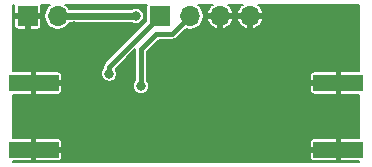
<source format=gbl>
G04 #@! TF.GenerationSoftware,KiCad,Pcbnew,5.1.6-c6e7f7d~86~ubuntu18.04.1*
G04 #@! TF.CreationDate,2020-07-16T21:36:01-04:00*
G04 #@! TF.ProjectId,rf-detector-r2,72662d64-6574-4656-9374-6f722d72322e,rev?*
G04 #@! TF.SameCoordinates,Original*
G04 #@! TF.FileFunction,Copper,L2,Bot*
G04 #@! TF.FilePolarity,Positive*
%FSLAX46Y46*%
G04 Gerber Fmt 4.6, Leading zero omitted, Abs format (unit mm)*
G04 Created by KiCad (PCBNEW 5.1.6-c6e7f7d~86~ubuntu18.04.1) date 2020-07-16 21:36:01*
%MOMM*%
%LPD*%
G01*
G04 APERTURE LIST*
G04 #@! TA.AperFunction,ComponentPad*
%ADD10R,1.700000X1.700000*%
G04 #@! TD*
G04 #@! TA.AperFunction,ComponentPad*
%ADD11O,1.700000X1.700000*%
G04 #@! TD*
G04 #@! TA.AperFunction,SMDPad,CuDef*
%ADD12R,4.200000X1.350000*%
G04 #@! TD*
G04 #@! TA.AperFunction,ViaPad*
%ADD13C,0.800000*%
G04 #@! TD*
G04 #@! TA.AperFunction,Conductor*
%ADD14C,0.400000*%
G04 #@! TD*
G04 #@! TA.AperFunction,Conductor*
%ADD15C,0.600000*%
G04 #@! TD*
G04 #@! TA.AperFunction,Conductor*
%ADD16C,0.200000*%
G04 #@! TD*
G04 APERTURE END LIST*
D10*
G04 #@! TO.P,J3,1*
G04 #@! TO.N,RF_DETECT*
X109800000Y-88300000D03*
D11*
G04 #@! TO.P,J3,2*
G04 #@! TO.N,RF_POW*
X112340000Y-88300000D03*
G04 #@! TO.P,J3,3*
G04 #@! TO.N,GND*
X114880000Y-88300000D03*
G04 #@! TO.P,J3,4*
X117420000Y-88300000D03*
G04 #@! TD*
D12*
G04 #@! TO.P,J1,2*
G04 #@! TO.N,GND*
X99100000Y-93975000D03*
X99100000Y-99625000D03*
G04 #@! TD*
G04 #@! TO.P,J2,2*
G04 #@! TO.N,GND*
X124900000Y-93975000D03*
X124900000Y-99625000D03*
G04 #@! TD*
D10*
G04 #@! TO.P,J4,1*
G04 #@! TO.N,GND*
X98600000Y-88300000D03*
D11*
G04 #@! TO.P,J4,2*
G04 #@! TO.N,+5V*
X101140000Y-88300000D03*
G04 #@! TD*
D13*
G04 #@! TO.N,GND*
X122900000Y-95450000D03*
X121350000Y-96200000D03*
X103850000Y-98900000D03*
X103100000Y-98100000D03*
X97700000Y-98200000D03*
X98750000Y-98200000D03*
X99800000Y-98200000D03*
X100900000Y-98200000D03*
X102000000Y-98100000D03*
X126300000Y-95400000D03*
X125200000Y-95400000D03*
X124100000Y-95400000D03*
X120357692Y-99350000D03*
X119334615Y-99350000D03*
X124100000Y-98150000D03*
X121380769Y-99350000D03*
X122250000Y-98750000D03*
X126300000Y-98150000D03*
X125200000Y-98150000D03*
X116157692Y-99350000D03*
X117180769Y-99350000D03*
X113092307Y-96750000D03*
X114115384Y-96750000D03*
X115138461Y-96750000D03*
X105923076Y-99350000D03*
X106946153Y-99350000D03*
X107969230Y-99350000D03*
X108992307Y-99350000D03*
X110015384Y-99350000D03*
X111038461Y-99350000D03*
X112061538Y-99350000D03*
X113084615Y-99350000D03*
X114107692Y-99350000D03*
X115130769Y-99350000D03*
X104900000Y-99350000D03*
X117176923Y-96750000D03*
X116153846Y-96750000D03*
X112061538Y-96750000D03*
X111038461Y-96750000D03*
X110015384Y-96750000D03*
X108992307Y-96750000D03*
X107969230Y-96750000D03*
X106946153Y-96750000D03*
X105923076Y-96750000D03*
X119382000Y-96752000D03*
X121200000Y-93600000D03*
X120002000Y-92232000D03*
X117142000Y-93312000D03*
X117132000Y-94582000D03*
X115362000Y-94902000D03*
X113952000Y-93512000D03*
X102495000Y-91171000D03*
X124890000Y-90550000D03*
X122050000Y-91150000D03*
X118250000Y-99350000D03*
X106450000Y-92940000D03*
X102552000Y-89181000D03*
X126110000Y-90520000D03*
X122150000Y-92700000D03*
X123590000Y-90550000D03*
X97940000Y-90860000D03*
X109817000Y-90697000D03*
X111310000Y-90750000D03*
X112650000Y-90730000D03*
X113890000Y-90730000D03*
X115240000Y-90780000D03*
X116360000Y-90770000D03*
X117666000Y-90763000D03*
X113800000Y-95700000D03*
X121230000Y-89430000D03*
X121850000Y-87850000D03*
X123300000Y-88700000D03*
X119100000Y-89950000D03*
X123100000Y-98150000D03*
X102000000Y-99600000D03*
X101031000Y-90670000D03*
X106800000Y-89300000D03*
X102000000Y-94000000D03*
X101850000Y-92850000D03*
X122150000Y-100200000D03*
X121350000Y-95050000D03*
X105000000Y-96200000D03*
X104150000Y-95550000D03*
X103100000Y-95500000D03*
X102000000Y-95500000D03*
X100900000Y-95400000D03*
X97700000Y-95400000D03*
X98750000Y-95400000D03*
X99800000Y-95400000D03*
X98050000Y-92550000D03*
X99250000Y-92550000D03*
X100600000Y-92550000D03*
X125800000Y-92550000D03*
X124550000Y-92550000D03*
X123300000Y-92550000D03*
X122050000Y-93950000D03*
X106450000Y-95450000D03*
X119100000Y-87750000D03*
G04 #@! TO.N,RF_DETECT*
X105485000Y-93175000D03*
G04 #@! TO.N,RF_POW*
X108174000Y-94242000D03*
G04 #@! TO.N,+5V*
X107750000Y-88300000D03*
G04 #@! TD*
D14*
G04 #@! TO.N,RF_POW*
X110840000Y-89800000D02*
X112340000Y-88300000D01*
X109487000Y-89800000D02*
X110840000Y-89800000D01*
X108174000Y-94242000D02*
X108174000Y-91113000D01*
X108174000Y-91113000D02*
X109487000Y-89800000D01*
D15*
G04 #@! TO.N,+5V*
X101140000Y-88300000D02*
X107750000Y-88300000D01*
X107750000Y-88300000D02*
X107750000Y-88300000D01*
D14*
G04 #@! TO.N,RF_DETECT*
X109794315Y-88300000D02*
X109800000Y-88300000D01*
X105485000Y-92609315D02*
X109794315Y-88300000D01*
X105485000Y-93175000D02*
X105485000Y-92609315D01*
G04 #@! TD*
D16*
G04 #@! TO.N,GND*
G36*
X97454340Y-87391190D02*
G01*
X97448548Y-87450000D01*
X97450000Y-88071000D01*
X97525000Y-88146000D01*
X98446000Y-88146000D01*
X98446000Y-88126000D01*
X98754000Y-88126000D01*
X98754000Y-88146000D01*
X99675000Y-88146000D01*
X99750000Y-88071000D01*
X99751452Y-87450000D01*
X99745660Y-87391190D01*
X99733165Y-87350000D01*
X100491831Y-87350000D01*
X100406918Y-87406737D01*
X100246737Y-87566918D01*
X100120884Y-87755271D01*
X100034194Y-87964557D01*
X99990000Y-88186735D01*
X99990000Y-88413265D01*
X100034194Y-88635443D01*
X100120884Y-88844729D01*
X100246737Y-89033082D01*
X100406918Y-89193263D01*
X100595271Y-89319116D01*
X100804557Y-89405806D01*
X101026735Y-89450000D01*
X101253265Y-89450000D01*
X101475443Y-89405806D01*
X101684729Y-89319116D01*
X101873082Y-89193263D01*
X102033263Y-89033082D01*
X102122185Y-88900000D01*
X107387997Y-88900000D01*
X107418426Y-88920332D01*
X107545818Y-88973099D01*
X107681056Y-89000000D01*
X107818944Y-89000000D01*
X107954182Y-88973099D01*
X108081574Y-88920332D01*
X108196224Y-88843726D01*
X108293726Y-88746224D01*
X108370332Y-88631574D01*
X108423099Y-88504182D01*
X108450000Y-88368944D01*
X108450000Y-88231056D01*
X108423099Y-88095818D01*
X108370332Y-87968426D01*
X108293726Y-87853776D01*
X108196224Y-87756274D01*
X108081574Y-87679668D01*
X107954182Y-87626901D01*
X107818944Y-87600000D01*
X107681056Y-87600000D01*
X107545818Y-87626901D01*
X107418426Y-87679668D01*
X107387997Y-87700000D01*
X102122185Y-87700000D01*
X102033263Y-87566918D01*
X101873082Y-87406737D01*
X101788169Y-87350000D01*
X108666836Y-87350000D01*
X108654341Y-87391190D01*
X108648549Y-87450000D01*
X108648549Y-88738659D01*
X105148819Y-92238391D01*
X105129737Y-92254051D01*
X105067255Y-92330186D01*
X105020826Y-92417048D01*
X104992235Y-92511298D01*
X104982581Y-92609315D01*
X104985001Y-92633884D01*
X104985001Y-92685049D01*
X104941274Y-92728776D01*
X104864668Y-92843426D01*
X104811901Y-92970818D01*
X104785000Y-93106056D01*
X104785000Y-93243944D01*
X104811901Y-93379182D01*
X104864668Y-93506574D01*
X104941274Y-93621224D01*
X105038776Y-93718726D01*
X105153426Y-93795332D01*
X105280818Y-93848099D01*
X105416056Y-93875000D01*
X105553944Y-93875000D01*
X105689182Y-93848099D01*
X105816574Y-93795332D01*
X105931224Y-93718726D01*
X106028726Y-93621224D01*
X106105332Y-93506574D01*
X106158099Y-93379182D01*
X106185000Y-93243944D01*
X106185000Y-93106056D01*
X106158099Y-92970818D01*
X106105332Y-92843426D01*
X106046317Y-92755103D01*
X107673091Y-91128330D01*
X107674001Y-91137570D01*
X107674000Y-93752050D01*
X107630274Y-93795776D01*
X107553668Y-93910426D01*
X107500901Y-94037818D01*
X107474000Y-94173056D01*
X107474000Y-94310944D01*
X107500901Y-94446182D01*
X107553668Y-94573574D01*
X107630274Y-94688224D01*
X107727776Y-94785726D01*
X107842426Y-94862332D01*
X107969818Y-94915099D01*
X108105056Y-94942000D01*
X108242944Y-94942000D01*
X108378182Y-94915099D01*
X108505574Y-94862332D01*
X108620224Y-94785726D01*
X108717726Y-94688224D01*
X108743266Y-94650000D01*
X122498548Y-94650000D01*
X122504340Y-94708810D01*
X122521495Y-94765361D01*
X122549352Y-94817478D01*
X122586841Y-94863159D01*
X122632522Y-94900648D01*
X122684639Y-94928505D01*
X122741190Y-94945660D01*
X122800000Y-94951452D01*
X124671000Y-94950000D01*
X124746000Y-94875000D01*
X124746000Y-94129000D01*
X122575000Y-94129000D01*
X122500000Y-94204000D01*
X122498548Y-94650000D01*
X108743266Y-94650000D01*
X108794332Y-94573574D01*
X108847099Y-94446182D01*
X108874000Y-94310944D01*
X108874000Y-94173056D01*
X108847099Y-94037818D01*
X108794332Y-93910426D01*
X108717726Y-93795776D01*
X108674000Y-93752050D01*
X108674000Y-93300000D01*
X122498548Y-93300000D01*
X122500000Y-93746000D01*
X122575000Y-93821000D01*
X124746000Y-93821000D01*
X124746000Y-93075000D01*
X124671000Y-93000000D01*
X122800000Y-92998548D01*
X122741190Y-93004340D01*
X122684639Y-93021495D01*
X122632522Y-93049352D01*
X122586841Y-93086841D01*
X122549352Y-93132522D01*
X122521495Y-93184639D01*
X122504340Y-93241190D01*
X122498548Y-93300000D01*
X108674000Y-93300000D01*
X108674000Y-91320105D01*
X109694107Y-90300000D01*
X110815440Y-90300000D01*
X110840000Y-90302419D01*
X110864560Y-90300000D01*
X110938017Y-90292765D01*
X111032267Y-90264175D01*
X111119129Y-90217746D01*
X111195264Y-90155264D01*
X111210929Y-90136176D01*
X111959828Y-89387278D01*
X112004557Y-89405806D01*
X112226735Y-89450000D01*
X112453265Y-89450000D01*
X112675443Y-89405806D01*
X112884729Y-89319116D01*
X113073082Y-89193263D01*
X113233263Y-89033082D01*
X113359116Y-88844729D01*
X113445806Y-88635443D01*
X113446812Y-88630385D01*
X113778472Y-88630385D01*
X113864092Y-88838934D01*
X113988753Y-89026772D01*
X114147664Y-89186681D01*
X114334719Y-89312515D01*
X114542728Y-89399439D01*
X114549617Y-89401520D01*
X114726000Y-89363912D01*
X114726000Y-88454000D01*
X115034000Y-88454000D01*
X115034000Y-89363912D01*
X115210383Y-89401520D01*
X115217272Y-89399439D01*
X115425281Y-89312515D01*
X115612336Y-89186681D01*
X115771247Y-89026772D01*
X115895908Y-88838934D01*
X115981528Y-88630385D01*
X116318472Y-88630385D01*
X116404092Y-88838934D01*
X116528753Y-89026772D01*
X116687664Y-89186681D01*
X116874719Y-89312515D01*
X117082728Y-89399439D01*
X117089617Y-89401520D01*
X117266000Y-89363912D01*
X117266000Y-88454000D01*
X117574000Y-88454000D01*
X117574000Y-89363912D01*
X117750383Y-89401520D01*
X117757272Y-89399439D01*
X117965281Y-89312515D01*
X118152336Y-89186681D01*
X118311247Y-89026772D01*
X118435908Y-88838934D01*
X118521528Y-88630385D01*
X118484650Y-88454000D01*
X117574000Y-88454000D01*
X117266000Y-88454000D01*
X116355350Y-88454000D01*
X116318472Y-88630385D01*
X115981528Y-88630385D01*
X115944650Y-88454000D01*
X115034000Y-88454000D01*
X114726000Y-88454000D01*
X113815350Y-88454000D01*
X113778472Y-88630385D01*
X113446812Y-88630385D01*
X113490000Y-88413265D01*
X113490000Y-88186735D01*
X113445806Y-87964557D01*
X113359116Y-87755271D01*
X113233263Y-87566918D01*
X113073082Y-87406737D01*
X112988169Y-87350000D01*
X114241789Y-87350000D01*
X114147664Y-87413319D01*
X113988753Y-87573228D01*
X113864092Y-87761066D01*
X113778472Y-87969615D01*
X113815350Y-88146000D01*
X114726000Y-88146000D01*
X114726000Y-88126000D01*
X115034000Y-88126000D01*
X115034000Y-88146000D01*
X115944650Y-88146000D01*
X115981528Y-87969615D01*
X115895908Y-87761066D01*
X115771247Y-87573228D01*
X115612336Y-87413319D01*
X115518211Y-87350000D01*
X116781789Y-87350000D01*
X116687664Y-87413319D01*
X116528753Y-87573228D01*
X116404092Y-87761066D01*
X116318472Y-87969615D01*
X116355350Y-88146000D01*
X117266000Y-88146000D01*
X117266000Y-88126000D01*
X117574000Y-88126000D01*
X117574000Y-88146000D01*
X118484650Y-88146000D01*
X118521528Y-87969615D01*
X118435908Y-87761066D01*
X118311247Y-87573228D01*
X118152336Y-87413319D01*
X118058211Y-87350000D01*
X126650000Y-87350000D01*
X126650000Y-92998820D01*
X125129000Y-93000000D01*
X125054000Y-93075000D01*
X125054000Y-93821000D01*
X125074000Y-93821000D01*
X125074000Y-94129000D01*
X125054000Y-94129000D01*
X125054000Y-94875000D01*
X125129000Y-94950000D01*
X126650001Y-94951180D01*
X126650001Y-98648820D01*
X125129000Y-98650000D01*
X125054000Y-98725000D01*
X125054000Y-99471000D01*
X125074000Y-99471000D01*
X125074000Y-99779000D01*
X125054000Y-99779000D01*
X125054000Y-100525000D01*
X125129000Y-100600000D01*
X126650001Y-100601180D01*
X126650001Y-100650000D01*
X97350000Y-100650000D01*
X97350000Y-100601180D01*
X98871000Y-100600000D01*
X98946000Y-100525000D01*
X98946000Y-99779000D01*
X99254000Y-99779000D01*
X99254000Y-100525000D01*
X99329000Y-100600000D01*
X101200000Y-100601452D01*
X101258810Y-100595660D01*
X101315361Y-100578505D01*
X101367478Y-100550648D01*
X101413159Y-100513159D01*
X101450648Y-100467478D01*
X101478505Y-100415361D01*
X101495660Y-100358810D01*
X101501452Y-100300000D01*
X122498548Y-100300000D01*
X122504340Y-100358810D01*
X122521495Y-100415361D01*
X122549352Y-100467478D01*
X122586841Y-100513159D01*
X122632522Y-100550648D01*
X122684639Y-100578505D01*
X122741190Y-100595660D01*
X122800000Y-100601452D01*
X124671000Y-100600000D01*
X124746000Y-100525000D01*
X124746000Y-99779000D01*
X122575000Y-99779000D01*
X122500000Y-99854000D01*
X122498548Y-100300000D01*
X101501452Y-100300000D01*
X101500000Y-99854000D01*
X101425000Y-99779000D01*
X99254000Y-99779000D01*
X98946000Y-99779000D01*
X98926000Y-99779000D01*
X98926000Y-99471000D01*
X98946000Y-99471000D01*
X98946000Y-98725000D01*
X99254000Y-98725000D01*
X99254000Y-99471000D01*
X101425000Y-99471000D01*
X101500000Y-99396000D01*
X101501452Y-98950000D01*
X122498548Y-98950000D01*
X122500000Y-99396000D01*
X122575000Y-99471000D01*
X124746000Y-99471000D01*
X124746000Y-98725000D01*
X124671000Y-98650000D01*
X122800000Y-98648548D01*
X122741190Y-98654340D01*
X122684639Y-98671495D01*
X122632522Y-98699352D01*
X122586841Y-98736841D01*
X122549352Y-98782522D01*
X122521495Y-98834639D01*
X122504340Y-98891190D01*
X122498548Y-98950000D01*
X101501452Y-98950000D01*
X101495660Y-98891190D01*
X101478505Y-98834639D01*
X101450648Y-98782522D01*
X101413159Y-98736841D01*
X101367478Y-98699352D01*
X101315361Y-98671495D01*
X101258810Y-98654340D01*
X101200000Y-98648548D01*
X99329000Y-98650000D01*
X99254000Y-98725000D01*
X98946000Y-98725000D01*
X98871000Y-98650000D01*
X97350000Y-98648820D01*
X97350000Y-94951180D01*
X98871000Y-94950000D01*
X98946000Y-94875000D01*
X98946000Y-94129000D01*
X99254000Y-94129000D01*
X99254000Y-94875000D01*
X99329000Y-94950000D01*
X101200000Y-94951452D01*
X101258810Y-94945660D01*
X101315361Y-94928505D01*
X101367478Y-94900648D01*
X101413159Y-94863159D01*
X101450648Y-94817478D01*
X101478505Y-94765361D01*
X101495660Y-94708810D01*
X101501452Y-94650000D01*
X101500000Y-94204000D01*
X101425000Y-94129000D01*
X99254000Y-94129000D01*
X98946000Y-94129000D01*
X98926000Y-94129000D01*
X98926000Y-93821000D01*
X98946000Y-93821000D01*
X98946000Y-93075000D01*
X99254000Y-93075000D01*
X99254000Y-93821000D01*
X101425000Y-93821000D01*
X101500000Y-93746000D01*
X101501452Y-93300000D01*
X101495660Y-93241190D01*
X101478505Y-93184639D01*
X101450648Y-93132522D01*
X101413159Y-93086841D01*
X101367478Y-93049352D01*
X101315361Y-93021495D01*
X101258810Y-93004340D01*
X101200000Y-92998548D01*
X99329000Y-93000000D01*
X99254000Y-93075000D01*
X98946000Y-93075000D01*
X98871000Y-93000000D01*
X97350000Y-92998820D01*
X97350000Y-89150000D01*
X97448548Y-89150000D01*
X97454340Y-89208810D01*
X97471495Y-89265361D01*
X97499352Y-89317478D01*
X97536841Y-89363159D01*
X97582522Y-89400648D01*
X97634639Y-89428505D01*
X97691190Y-89445660D01*
X97750000Y-89451452D01*
X98371000Y-89450000D01*
X98446000Y-89375000D01*
X98446000Y-88454000D01*
X98754000Y-88454000D01*
X98754000Y-89375000D01*
X98829000Y-89450000D01*
X99450000Y-89451452D01*
X99508810Y-89445660D01*
X99565361Y-89428505D01*
X99617478Y-89400648D01*
X99663159Y-89363159D01*
X99700648Y-89317478D01*
X99728505Y-89265361D01*
X99745660Y-89208810D01*
X99751452Y-89150000D01*
X99750000Y-88529000D01*
X99675000Y-88454000D01*
X98754000Y-88454000D01*
X98446000Y-88454000D01*
X97525000Y-88454000D01*
X97450000Y-88529000D01*
X97448548Y-89150000D01*
X97350000Y-89150000D01*
X97350000Y-87350000D01*
X97466835Y-87350000D01*
X97454340Y-87391190D01*
G37*
X97454340Y-87391190D02*
X97448548Y-87450000D01*
X97450000Y-88071000D01*
X97525000Y-88146000D01*
X98446000Y-88146000D01*
X98446000Y-88126000D01*
X98754000Y-88126000D01*
X98754000Y-88146000D01*
X99675000Y-88146000D01*
X99750000Y-88071000D01*
X99751452Y-87450000D01*
X99745660Y-87391190D01*
X99733165Y-87350000D01*
X100491831Y-87350000D01*
X100406918Y-87406737D01*
X100246737Y-87566918D01*
X100120884Y-87755271D01*
X100034194Y-87964557D01*
X99990000Y-88186735D01*
X99990000Y-88413265D01*
X100034194Y-88635443D01*
X100120884Y-88844729D01*
X100246737Y-89033082D01*
X100406918Y-89193263D01*
X100595271Y-89319116D01*
X100804557Y-89405806D01*
X101026735Y-89450000D01*
X101253265Y-89450000D01*
X101475443Y-89405806D01*
X101684729Y-89319116D01*
X101873082Y-89193263D01*
X102033263Y-89033082D01*
X102122185Y-88900000D01*
X107387997Y-88900000D01*
X107418426Y-88920332D01*
X107545818Y-88973099D01*
X107681056Y-89000000D01*
X107818944Y-89000000D01*
X107954182Y-88973099D01*
X108081574Y-88920332D01*
X108196224Y-88843726D01*
X108293726Y-88746224D01*
X108370332Y-88631574D01*
X108423099Y-88504182D01*
X108450000Y-88368944D01*
X108450000Y-88231056D01*
X108423099Y-88095818D01*
X108370332Y-87968426D01*
X108293726Y-87853776D01*
X108196224Y-87756274D01*
X108081574Y-87679668D01*
X107954182Y-87626901D01*
X107818944Y-87600000D01*
X107681056Y-87600000D01*
X107545818Y-87626901D01*
X107418426Y-87679668D01*
X107387997Y-87700000D01*
X102122185Y-87700000D01*
X102033263Y-87566918D01*
X101873082Y-87406737D01*
X101788169Y-87350000D01*
X108666836Y-87350000D01*
X108654341Y-87391190D01*
X108648549Y-87450000D01*
X108648549Y-88738659D01*
X105148819Y-92238391D01*
X105129737Y-92254051D01*
X105067255Y-92330186D01*
X105020826Y-92417048D01*
X104992235Y-92511298D01*
X104982581Y-92609315D01*
X104985001Y-92633884D01*
X104985001Y-92685049D01*
X104941274Y-92728776D01*
X104864668Y-92843426D01*
X104811901Y-92970818D01*
X104785000Y-93106056D01*
X104785000Y-93243944D01*
X104811901Y-93379182D01*
X104864668Y-93506574D01*
X104941274Y-93621224D01*
X105038776Y-93718726D01*
X105153426Y-93795332D01*
X105280818Y-93848099D01*
X105416056Y-93875000D01*
X105553944Y-93875000D01*
X105689182Y-93848099D01*
X105816574Y-93795332D01*
X105931224Y-93718726D01*
X106028726Y-93621224D01*
X106105332Y-93506574D01*
X106158099Y-93379182D01*
X106185000Y-93243944D01*
X106185000Y-93106056D01*
X106158099Y-92970818D01*
X106105332Y-92843426D01*
X106046317Y-92755103D01*
X107673091Y-91128330D01*
X107674001Y-91137570D01*
X107674000Y-93752050D01*
X107630274Y-93795776D01*
X107553668Y-93910426D01*
X107500901Y-94037818D01*
X107474000Y-94173056D01*
X107474000Y-94310944D01*
X107500901Y-94446182D01*
X107553668Y-94573574D01*
X107630274Y-94688224D01*
X107727776Y-94785726D01*
X107842426Y-94862332D01*
X107969818Y-94915099D01*
X108105056Y-94942000D01*
X108242944Y-94942000D01*
X108378182Y-94915099D01*
X108505574Y-94862332D01*
X108620224Y-94785726D01*
X108717726Y-94688224D01*
X108743266Y-94650000D01*
X122498548Y-94650000D01*
X122504340Y-94708810D01*
X122521495Y-94765361D01*
X122549352Y-94817478D01*
X122586841Y-94863159D01*
X122632522Y-94900648D01*
X122684639Y-94928505D01*
X122741190Y-94945660D01*
X122800000Y-94951452D01*
X124671000Y-94950000D01*
X124746000Y-94875000D01*
X124746000Y-94129000D01*
X122575000Y-94129000D01*
X122500000Y-94204000D01*
X122498548Y-94650000D01*
X108743266Y-94650000D01*
X108794332Y-94573574D01*
X108847099Y-94446182D01*
X108874000Y-94310944D01*
X108874000Y-94173056D01*
X108847099Y-94037818D01*
X108794332Y-93910426D01*
X108717726Y-93795776D01*
X108674000Y-93752050D01*
X108674000Y-93300000D01*
X122498548Y-93300000D01*
X122500000Y-93746000D01*
X122575000Y-93821000D01*
X124746000Y-93821000D01*
X124746000Y-93075000D01*
X124671000Y-93000000D01*
X122800000Y-92998548D01*
X122741190Y-93004340D01*
X122684639Y-93021495D01*
X122632522Y-93049352D01*
X122586841Y-93086841D01*
X122549352Y-93132522D01*
X122521495Y-93184639D01*
X122504340Y-93241190D01*
X122498548Y-93300000D01*
X108674000Y-93300000D01*
X108674000Y-91320105D01*
X109694107Y-90300000D01*
X110815440Y-90300000D01*
X110840000Y-90302419D01*
X110864560Y-90300000D01*
X110938017Y-90292765D01*
X111032267Y-90264175D01*
X111119129Y-90217746D01*
X111195264Y-90155264D01*
X111210929Y-90136176D01*
X111959828Y-89387278D01*
X112004557Y-89405806D01*
X112226735Y-89450000D01*
X112453265Y-89450000D01*
X112675443Y-89405806D01*
X112884729Y-89319116D01*
X113073082Y-89193263D01*
X113233263Y-89033082D01*
X113359116Y-88844729D01*
X113445806Y-88635443D01*
X113446812Y-88630385D01*
X113778472Y-88630385D01*
X113864092Y-88838934D01*
X113988753Y-89026772D01*
X114147664Y-89186681D01*
X114334719Y-89312515D01*
X114542728Y-89399439D01*
X114549617Y-89401520D01*
X114726000Y-89363912D01*
X114726000Y-88454000D01*
X115034000Y-88454000D01*
X115034000Y-89363912D01*
X115210383Y-89401520D01*
X115217272Y-89399439D01*
X115425281Y-89312515D01*
X115612336Y-89186681D01*
X115771247Y-89026772D01*
X115895908Y-88838934D01*
X115981528Y-88630385D01*
X116318472Y-88630385D01*
X116404092Y-88838934D01*
X116528753Y-89026772D01*
X116687664Y-89186681D01*
X116874719Y-89312515D01*
X117082728Y-89399439D01*
X117089617Y-89401520D01*
X117266000Y-89363912D01*
X117266000Y-88454000D01*
X117574000Y-88454000D01*
X117574000Y-89363912D01*
X117750383Y-89401520D01*
X117757272Y-89399439D01*
X117965281Y-89312515D01*
X118152336Y-89186681D01*
X118311247Y-89026772D01*
X118435908Y-88838934D01*
X118521528Y-88630385D01*
X118484650Y-88454000D01*
X117574000Y-88454000D01*
X117266000Y-88454000D01*
X116355350Y-88454000D01*
X116318472Y-88630385D01*
X115981528Y-88630385D01*
X115944650Y-88454000D01*
X115034000Y-88454000D01*
X114726000Y-88454000D01*
X113815350Y-88454000D01*
X113778472Y-88630385D01*
X113446812Y-88630385D01*
X113490000Y-88413265D01*
X113490000Y-88186735D01*
X113445806Y-87964557D01*
X113359116Y-87755271D01*
X113233263Y-87566918D01*
X113073082Y-87406737D01*
X112988169Y-87350000D01*
X114241789Y-87350000D01*
X114147664Y-87413319D01*
X113988753Y-87573228D01*
X113864092Y-87761066D01*
X113778472Y-87969615D01*
X113815350Y-88146000D01*
X114726000Y-88146000D01*
X114726000Y-88126000D01*
X115034000Y-88126000D01*
X115034000Y-88146000D01*
X115944650Y-88146000D01*
X115981528Y-87969615D01*
X115895908Y-87761066D01*
X115771247Y-87573228D01*
X115612336Y-87413319D01*
X115518211Y-87350000D01*
X116781789Y-87350000D01*
X116687664Y-87413319D01*
X116528753Y-87573228D01*
X116404092Y-87761066D01*
X116318472Y-87969615D01*
X116355350Y-88146000D01*
X117266000Y-88146000D01*
X117266000Y-88126000D01*
X117574000Y-88126000D01*
X117574000Y-88146000D01*
X118484650Y-88146000D01*
X118521528Y-87969615D01*
X118435908Y-87761066D01*
X118311247Y-87573228D01*
X118152336Y-87413319D01*
X118058211Y-87350000D01*
X126650000Y-87350000D01*
X126650000Y-92998820D01*
X125129000Y-93000000D01*
X125054000Y-93075000D01*
X125054000Y-93821000D01*
X125074000Y-93821000D01*
X125074000Y-94129000D01*
X125054000Y-94129000D01*
X125054000Y-94875000D01*
X125129000Y-94950000D01*
X126650001Y-94951180D01*
X126650001Y-98648820D01*
X125129000Y-98650000D01*
X125054000Y-98725000D01*
X125054000Y-99471000D01*
X125074000Y-99471000D01*
X125074000Y-99779000D01*
X125054000Y-99779000D01*
X125054000Y-100525000D01*
X125129000Y-100600000D01*
X126650001Y-100601180D01*
X126650001Y-100650000D01*
X97350000Y-100650000D01*
X97350000Y-100601180D01*
X98871000Y-100600000D01*
X98946000Y-100525000D01*
X98946000Y-99779000D01*
X99254000Y-99779000D01*
X99254000Y-100525000D01*
X99329000Y-100600000D01*
X101200000Y-100601452D01*
X101258810Y-100595660D01*
X101315361Y-100578505D01*
X101367478Y-100550648D01*
X101413159Y-100513159D01*
X101450648Y-100467478D01*
X101478505Y-100415361D01*
X101495660Y-100358810D01*
X101501452Y-100300000D01*
X122498548Y-100300000D01*
X122504340Y-100358810D01*
X122521495Y-100415361D01*
X122549352Y-100467478D01*
X122586841Y-100513159D01*
X122632522Y-100550648D01*
X122684639Y-100578505D01*
X122741190Y-100595660D01*
X122800000Y-100601452D01*
X124671000Y-100600000D01*
X124746000Y-100525000D01*
X124746000Y-99779000D01*
X122575000Y-99779000D01*
X122500000Y-99854000D01*
X122498548Y-100300000D01*
X101501452Y-100300000D01*
X101500000Y-99854000D01*
X101425000Y-99779000D01*
X99254000Y-99779000D01*
X98946000Y-99779000D01*
X98926000Y-99779000D01*
X98926000Y-99471000D01*
X98946000Y-99471000D01*
X98946000Y-98725000D01*
X99254000Y-98725000D01*
X99254000Y-99471000D01*
X101425000Y-99471000D01*
X101500000Y-99396000D01*
X101501452Y-98950000D01*
X122498548Y-98950000D01*
X122500000Y-99396000D01*
X122575000Y-99471000D01*
X124746000Y-99471000D01*
X124746000Y-98725000D01*
X124671000Y-98650000D01*
X122800000Y-98648548D01*
X122741190Y-98654340D01*
X122684639Y-98671495D01*
X122632522Y-98699352D01*
X122586841Y-98736841D01*
X122549352Y-98782522D01*
X122521495Y-98834639D01*
X122504340Y-98891190D01*
X122498548Y-98950000D01*
X101501452Y-98950000D01*
X101495660Y-98891190D01*
X101478505Y-98834639D01*
X101450648Y-98782522D01*
X101413159Y-98736841D01*
X101367478Y-98699352D01*
X101315361Y-98671495D01*
X101258810Y-98654340D01*
X101200000Y-98648548D01*
X99329000Y-98650000D01*
X99254000Y-98725000D01*
X98946000Y-98725000D01*
X98871000Y-98650000D01*
X97350000Y-98648820D01*
X97350000Y-94951180D01*
X98871000Y-94950000D01*
X98946000Y-94875000D01*
X98946000Y-94129000D01*
X99254000Y-94129000D01*
X99254000Y-94875000D01*
X99329000Y-94950000D01*
X101200000Y-94951452D01*
X101258810Y-94945660D01*
X101315361Y-94928505D01*
X101367478Y-94900648D01*
X101413159Y-94863159D01*
X101450648Y-94817478D01*
X101478505Y-94765361D01*
X101495660Y-94708810D01*
X101501452Y-94650000D01*
X101500000Y-94204000D01*
X101425000Y-94129000D01*
X99254000Y-94129000D01*
X98946000Y-94129000D01*
X98926000Y-94129000D01*
X98926000Y-93821000D01*
X98946000Y-93821000D01*
X98946000Y-93075000D01*
X99254000Y-93075000D01*
X99254000Y-93821000D01*
X101425000Y-93821000D01*
X101500000Y-93746000D01*
X101501452Y-93300000D01*
X101495660Y-93241190D01*
X101478505Y-93184639D01*
X101450648Y-93132522D01*
X101413159Y-93086841D01*
X101367478Y-93049352D01*
X101315361Y-93021495D01*
X101258810Y-93004340D01*
X101200000Y-92998548D01*
X99329000Y-93000000D01*
X99254000Y-93075000D01*
X98946000Y-93075000D01*
X98871000Y-93000000D01*
X97350000Y-92998820D01*
X97350000Y-89150000D01*
X97448548Y-89150000D01*
X97454340Y-89208810D01*
X97471495Y-89265361D01*
X97499352Y-89317478D01*
X97536841Y-89363159D01*
X97582522Y-89400648D01*
X97634639Y-89428505D01*
X97691190Y-89445660D01*
X97750000Y-89451452D01*
X98371000Y-89450000D01*
X98446000Y-89375000D01*
X98446000Y-88454000D01*
X98754000Y-88454000D01*
X98754000Y-89375000D01*
X98829000Y-89450000D01*
X99450000Y-89451452D01*
X99508810Y-89445660D01*
X99565361Y-89428505D01*
X99617478Y-89400648D01*
X99663159Y-89363159D01*
X99700648Y-89317478D01*
X99728505Y-89265361D01*
X99745660Y-89208810D01*
X99751452Y-89150000D01*
X99750000Y-88529000D01*
X99675000Y-88454000D01*
X98754000Y-88454000D01*
X98446000Y-88454000D01*
X97525000Y-88454000D01*
X97450000Y-88529000D01*
X97448548Y-89150000D01*
X97350000Y-89150000D01*
X97350000Y-87350000D01*
X97466835Y-87350000D01*
X97454340Y-87391190D01*
G04 #@! TD*
M02*

</source>
